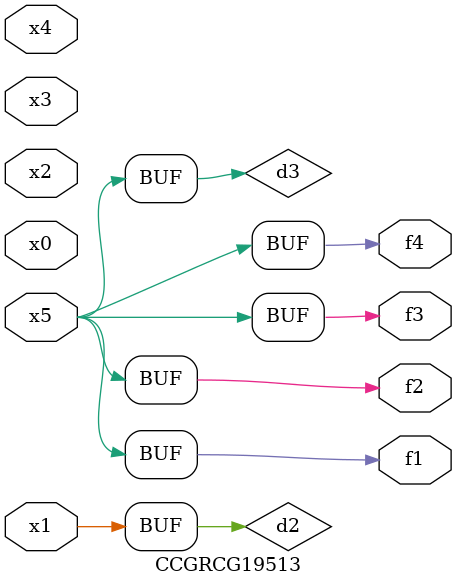
<source format=v>
module CCGRCG19513(
	input x0, x1, x2, x3, x4, x5,
	output f1, f2, f3, f4
);

	wire d1, d2, d3;

	not (d1, x5);
	or (d2, x1);
	xnor (d3, d1);
	assign f1 = d3;
	assign f2 = d3;
	assign f3 = d3;
	assign f4 = d3;
endmodule

</source>
